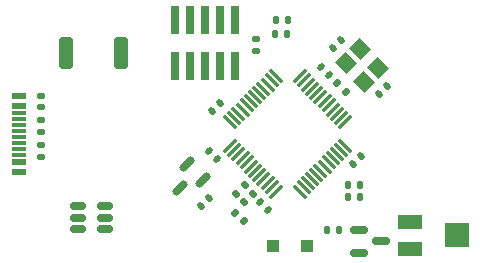
<source format=gbr>
%TF.GenerationSoftware,KiCad,Pcbnew,7.0.6*%
%TF.CreationDate,2024-02-07T16:03:24-05:00*%
%TF.ProjectId,USB_Telegraph,5553425f-5465-46c6-9567-726170682e6b,rev?*%
%TF.SameCoordinates,Original*%
%TF.FileFunction,Paste,Top*%
%TF.FilePolarity,Positive*%
%FSLAX46Y46*%
G04 Gerber Fmt 4.6, Leading zero omitted, Abs format (unit mm)*
G04 Created by KiCad (PCBNEW 7.0.6) date 2024-02-07 16:03:24*
%MOMM*%
%LPD*%
G01*
G04 APERTURE LIST*
G04 Aperture macros list*
%AMRoundRect*
0 Rectangle with rounded corners*
0 $1 Rounding radius*
0 $2 $3 $4 $5 $6 $7 $8 $9 X,Y pos of 4 corners*
0 Add a 4 corners polygon primitive as box body*
4,1,4,$2,$3,$4,$5,$6,$7,$8,$9,$2,$3,0*
0 Add four circle primitives for the rounded corners*
1,1,$1+$1,$2,$3*
1,1,$1+$1,$4,$5*
1,1,$1+$1,$6,$7*
1,1,$1+$1,$8,$9*
0 Add four rect primitives between the rounded corners*
20,1,$1+$1,$2,$3,$4,$5,0*
20,1,$1+$1,$4,$5,$6,$7,0*
20,1,$1+$1,$6,$7,$8,$9,0*
20,1,$1+$1,$8,$9,$2,$3,0*%
%AMRotRect*
0 Rectangle, with rotation*
0 The origin of the aperture is its center*
0 $1 length*
0 $2 width*
0 $3 Rotation angle, in degrees counterclockwise*
0 Add horizontal line*
21,1,$1,$2,0,0,$3*%
G04 Aperture macros list end*
%ADD10RoundRect,0.135000X0.226274X0.035355X0.035355X0.226274X-0.226274X-0.035355X-0.035355X-0.226274X0*%
%ADD11RoundRect,0.140000X0.219203X0.021213X0.021213X0.219203X-0.219203X-0.021213X-0.021213X-0.219203X0*%
%ADD12RoundRect,0.135000X0.135000X0.185000X-0.135000X0.185000X-0.135000X-0.185000X0.135000X-0.185000X0*%
%ADD13RoundRect,0.150000X0.512500X0.150000X-0.512500X0.150000X-0.512500X-0.150000X0.512500X-0.150000X0*%
%ADD14RoundRect,0.250000X-0.362500X-1.075000X0.362500X-1.075000X0.362500X1.075000X-0.362500X1.075000X0*%
%ADD15RoundRect,0.135000X-0.135000X-0.185000X0.135000X-0.185000X0.135000X0.185000X-0.135000X0.185000X0*%
%ADD16RoundRect,0.140000X-0.021213X0.219203X-0.219203X0.021213X0.021213X-0.219203X0.219203X-0.021213X0*%
%ADD17RoundRect,0.140000X0.021213X-0.219203X0.219203X-0.021213X-0.021213X0.219203X-0.219203X0.021213X0*%
%ADD18RoundRect,0.135000X0.185000X-0.135000X0.185000X0.135000X-0.185000X0.135000X-0.185000X-0.135000X0*%
%ADD19RoundRect,0.140000X-0.170000X0.140000X-0.170000X-0.140000X0.170000X-0.140000X0.170000X0.140000X0*%
%ADD20RotRect,1.400000X1.200000X315.000000*%
%ADD21RoundRect,0.150000X-0.587500X-0.150000X0.587500X-0.150000X0.587500X0.150000X-0.587500X0.150000X0*%
%ADD22RoundRect,0.150000X0.309359X0.521491X-0.521491X-0.309359X-0.309359X-0.521491X0.521491X0.309359X0*%
%ADD23RoundRect,0.135000X0.035355X-0.226274X0.226274X-0.035355X-0.035355X0.226274X-0.226274X0.035355X0*%
%ADD24R,2.000000X1.300000*%
%ADD25R,2.000000X2.000000*%
%ADD26RoundRect,0.250000X-0.300000X-0.300000X0.300000X-0.300000X0.300000X0.300000X-0.300000X0.300000X0*%
%ADD27R,0.740000X2.400000*%
%ADD28RoundRect,0.140000X-0.219203X-0.021213X-0.021213X-0.219203X0.219203X0.021213X0.021213X0.219203X0*%
%ADD29RoundRect,0.135000X-0.185000X0.135000X-0.185000X-0.135000X0.185000X-0.135000X0.185000X0.135000X0*%
%ADD30RoundRect,0.075000X0.415425X0.521491X-0.521491X-0.415425X-0.415425X-0.521491X0.521491X0.415425X0*%
%ADD31RoundRect,0.075000X-0.415425X0.521491X-0.521491X0.415425X0.415425X-0.521491X0.521491X-0.415425X0*%
%ADD32R,1.240000X0.600000*%
%ADD33R,1.240000X0.300000*%
G04 APERTURE END LIST*
D10*
%TO.C,R2*%
X133911523Y-108936345D03*
X133190275Y-108215097D03*
%TD*%
D11*
%TO.C,C3*%
X132492348Y-107546179D03*
X131813526Y-106867357D03*
%TD*%
D12*
%TO.C,R8*%
X135134173Y-117854065D03*
X134114173Y-117854065D03*
%TD*%
D13*
%TO.C,U4*%
X113532500Y-120533200D03*
X113532500Y-119583200D03*
X113532500Y-118633200D03*
X111257500Y-118633200D03*
X111257500Y-119583200D03*
X111257500Y-120533200D03*
%TD*%
D14*
%TO.C,R10*%
X110234900Y-105638600D03*
X114859900Y-105638600D03*
%TD*%
D15*
%TO.C,R9*%
X134110000Y-116840000D03*
X135130000Y-116840000D03*
%TD*%
D16*
%TO.C,C10*%
X122347724Y-117957101D03*
X121668902Y-118635923D03*
%TD*%
D17*
%TO.C,C6*%
X134509189Y-115071211D03*
X135188011Y-114392389D03*
%TD*%
D18*
%TO.C,R1*%
X126288800Y-105486200D03*
X126288800Y-104466200D03*
%TD*%
%TO.C,R6*%
X108127800Y-114429000D03*
X108127800Y-113409000D03*
%TD*%
D19*
%TO.C,C7*%
X108102400Y-109298800D03*
X108102400Y-110258800D03*
%TD*%
D20*
%TO.C,Y1*%
X133910377Y-106526890D03*
X135466012Y-108082525D03*
X136668093Y-106880444D03*
X135112458Y-105324809D03*
%TD*%
D21*
%TO.C,Q1*%
X135036960Y-120642859D03*
X135036960Y-122542859D03*
X136911960Y-121592859D03*
%TD*%
D16*
%TO.C,C2*%
X133507977Y-104514508D03*
X132829155Y-105193330D03*
%TD*%
D22*
%TO.C,U2*%
X121842211Y-116420822D03*
X120498708Y-115077319D03*
X119844634Y-117074896D03*
%TD*%
D15*
%TO.C,R12*%
X127963200Y-102870000D03*
X128983200Y-102870000D03*
%TD*%
D16*
%TO.C,C5*%
X123275411Y-109871189D03*
X122596589Y-110550011D03*
%TD*%
D23*
%TO.C,R3*%
X124629551Y-117568011D03*
X125350799Y-116846763D03*
%TD*%
D10*
%TO.C,R7*%
X125272497Y-119906754D03*
X124551249Y-119185506D03*
%TD*%
D12*
%TO.C,R13*%
X128932400Y-104038400D03*
X127912400Y-104038400D03*
%TD*%
D24*
%TO.C,RV1*%
X139316961Y-119947819D03*
D25*
X143316961Y-121097819D03*
D24*
X139316961Y-122247819D03*
%TD*%
D26*
%TO.C,D1*%
X127791688Y-121969758D03*
X130591688Y-121969758D03*
%TD*%
D27*
%TO.C,J2*%
X119454638Y-106788926D03*
X119454638Y-102888926D03*
X120724638Y-106788926D03*
X120724638Y-102888926D03*
X121994638Y-106788926D03*
X121994638Y-102888926D03*
X123264638Y-106788926D03*
X123264638Y-102888926D03*
X124534638Y-106788926D03*
X124534638Y-102888926D03*
%TD*%
D11*
%TO.C,C8*%
X123021411Y-114614011D03*
X122342589Y-113935189D03*
%TD*%
D28*
%TO.C,C4*%
X126660589Y-118278589D03*
X127339411Y-118957411D03*
%TD*%
D29*
%TO.C,R5*%
X108129249Y-111299008D03*
X108129249Y-112319008D03*
%TD*%
D15*
%TO.C,R11*%
X132300229Y-120642859D03*
X133320229Y-120642859D03*
%TD*%
D16*
%TO.C,C1*%
X137398544Y-108405075D03*
X136719722Y-109083897D03*
%TD*%
D23*
%TO.C,R4*%
X125335511Y-118266767D03*
X126056759Y-117545519D03*
%TD*%
D30*
%TO.C,U1*%
X133887876Y-111501212D03*
X133534322Y-111147658D03*
X133180769Y-110794105D03*
X132827215Y-110440551D03*
X132473662Y-110086998D03*
X132120109Y-109733445D03*
X131766555Y-109379891D03*
X131413002Y-109026338D03*
X131059449Y-108672785D03*
X130705895Y-108319231D03*
X130352342Y-107965678D03*
X129998788Y-107612124D03*
D31*
X128001212Y-107612124D03*
X127647658Y-107965678D03*
X127294105Y-108319231D03*
X126940551Y-108672785D03*
X126586998Y-109026338D03*
X126233445Y-109379891D03*
X125879891Y-109733445D03*
X125526338Y-110086998D03*
X125172785Y-110440551D03*
X124819231Y-110794105D03*
X124465678Y-111147658D03*
X124112124Y-111501212D03*
D30*
X124112124Y-113498788D03*
X124465678Y-113852342D03*
X124819231Y-114205895D03*
X125172785Y-114559449D03*
X125526338Y-114913002D03*
X125879891Y-115266555D03*
X126233445Y-115620109D03*
X126586998Y-115973662D03*
X126940551Y-116327215D03*
X127294105Y-116680769D03*
X127647658Y-117034322D03*
X128001212Y-117387876D03*
D31*
X129998788Y-117387876D03*
X130352342Y-117034322D03*
X130705895Y-116680769D03*
X131059449Y-116327215D03*
X131413002Y-115973662D03*
X131766555Y-115620109D03*
X132120109Y-115266555D03*
X132473662Y-114913002D03*
X132827215Y-114559449D03*
X133180769Y-114205895D03*
X133534322Y-113852342D03*
X133887876Y-113498788D03*
%TD*%
D32*
%TO.C,J1*%
X106225000Y-109300000D03*
X106225000Y-110100000D03*
D33*
X106225000Y-111250000D03*
X106225000Y-112250000D03*
X106225000Y-112750000D03*
X106225000Y-113750000D03*
D32*
X106225000Y-114900000D03*
X106225000Y-115700000D03*
X106225000Y-115700000D03*
X106225000Y-114900000D03*
D33*
X106225000Y-114250000D03*
X106225000Y-113250000D03*
X106225000Y-111750000D03*
X106225000Y-110750000D03*
D32*
X106225000Y-110100000D03*
X106225000Y-109300000D03*
%TD*%
M02*

</source>
